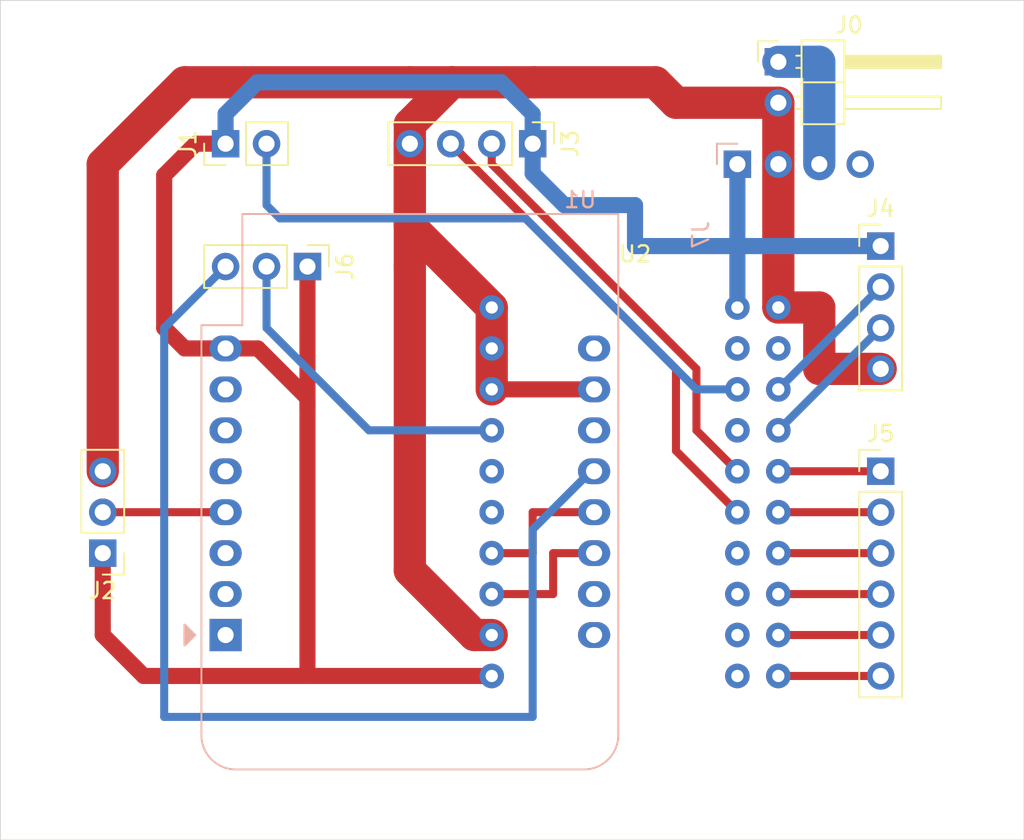
<source format=kicad_pcb>
(kicad_pcb (version 20171130) (host pcbnew 5.1.3-ffb9f22~84~ubuntu19.04.1)

  (general
    (thickness 1.6)
    (drawings 4)
    (tracks 87)
    (zones 0)
    (modules 10)
    (nets 20)
  )

  (page A4)
  (layers
    (0 F.Cu signal)
    (31 B.Cu signal)
    (32 B.Adhes user hide)
    (33 F.Adhes user hide)
    (34 B.Paste user hide)
    (35 F.Paste user hide)
    (36 B.SilkS user)
    (37 F.SilkS user)
    (38 B.Mask user hide)
    (39 F.Mask user hide)
    (40 Dwgs.User user hide)
    (41 Cmts.User user hide)
    (42 Eco1.User user hide)
    (43 Eco2.User user hide)
    (44 Edge.Cuts user)
    (45 Margin user hide)
    (46 B.CrtYd user hide)
    (47 F.CrtYd user hide)
    (48 B.Fab user hide)
    (49 F.Fab user hide)
  )

  (setup
    (last_trace_width 2)
    (user_trace_width 0.5)
    (user_trace_width 1)
    (user_trace_width 2)
    (trace_clearance 0.2)
    (zone_clearance 0.508)
    (zone_45_only no)
    (trace_min 0.2)
    (via_size 0.8)
    (via_drill 0.4)
    (via_min_size 0.4)
    (via_min_drill 0.3)
    (uvia_size 0.3)
    (uvia_drill 0.1)
    (uvias_allowed no)
    (uvia_min_size 0.2)
    (uvia_min_drill 0.1)
    (edge_width 0.05)
    (segment_width 0.2)
    (pcb_text_width 0.3)
    (pcb_text_size 1.5 1.5)
    (mod_edge_width 0.12)
    (mod_text_size 1 1)
    (mod_text_width 0.15)
    (pad_size 1.524 1.524)
    (pad_drill 0.762)
    (pad_to_mask_clearance 0.051)
    (solder_mask_min_width 0.25)
    (aux_axis_origin 0 0)
    (visible_elements FFFFFFFF)
    (pcbplotparams
      (layerselection 0x010f0_ffffffff)
      (usegerberextensions false)
      (usegerberattributes false)
      (usegerberadvancedattributes false)
      (creategerberjobfile false)
      (excludeedgelayer true)
      (linewidth 0.100000)
      (plotframeref false)
      (viasonmask false)
      (mode 1)
      (useauxorigin false)
      (hpglpennumber 1)
      (hpglpenspeed 20)
      (hpglpendiameter 15.000000)
      (psnegative false)
      (psa4output false)
      (plotreference true)
      (plotvalue true)
      (plotinvisibletext false)
      (padsonsilk false)
      (subtractmaskfromsilk false)
      (outputformat 1)
      (mirror false)
      (drillshape 0)
      (scaleselection 1)
      (outputdirectory "gerber/"))
  )

  (net 0 "")
  (net 1 "Net-(J1-Pad2)")
  (net 2 "Net-(J1-Pad1)")
  (net 3 "Net-(J3-Pad3)")
  (net 4 "Net-(J3-Pad2)")
  (net 5 "Net-(J4-Pad3)")
  (net 6 "Net-(J4-Pad2)")
  (net 7 "Net-(J5-Pad2)")
  (net 8 "Net-(J5-Pad1)")
  (net 9 "Net-(U1-Pad14)")
  (net 10 "Net-(U1-Pad13)")
  (net 11 GNDREF)
  (net 12 "Net-(J0-Pad1)")
  (net 13 "Net-(J2-Pad2)")
  (net 14 "Net-(J5-Pad6)")
  (net 15 "Net-(J5-Pad5)")
  (net 16 "Net-(J5-Pad4)")
  (net 17 "Net-(J5-Pad3)")
  (net 18 "Net-(J6-Pad3)")
  (net 19 "Net-(J6-Pad2)")

  (net_class Default "This is the default net class."
    (clearance 0.2)
    (trace_width 0.25)
    (via_dia 0.8)
    (via_drill 0.4)
    (uvia_dia 0.3)
    (uvia_drill 0.1)
    (add_net GNDREF)
    (add_net "Net-(J0-Pad1)")
    (add_net "Net-(J1-Pad1)")
    (add_net "Net-(J1-Pad2)")
    (add_net "Net-(J2-Pad2)")
    (add_net "Net-(J3-Pad2)")
    (add_net "Net-(J3-Pad3)")
    (add_net "Net-(J4-Pad2)")
    (add_net "Net-(J4-Pad3)")
    (add_net "Net-(J5-Pad1)")
    (add_net "Net-(J5-Pad2)")
    (add_net "Net-(J5-Pad3)")
    (add_net "Net-(J5-Pad4)")
    (add_net "Net-(J5-Pad5)")
    (add_net "Net-(J5-Pad6)")
    (add_net "Net-(J6-Pad2)")
    (add_net "Net-(J6-Pad3)")
    (add_net "Net-(J7-Pad4)")
    (add_net "Net-(U1-Pad1)")
    (add_net "Net-(U1-Pad11)")
    (add_net "Net-(U1-Pad13)")
    (add_net "Net-(U1-Pad14)")
    (add_net "Net-(U1-Pad15)")
    (add_net "Net-(U1-Pad16)")
    (add_net "Net-(U1-Pad2)")
    (add_net "Net-(U1-Pad3)")
    (add_net "Net-(U1-Pad5)")
    (add_net "Net-(U1-Pad6)")
    (add_net "Net-(U1-Pad7)")
    (add_net "Net-(U1-Pad9)")
    (add_net "Net-(U2-Pad11)")
    (add_net "Net-(U2-Pad14)")
    (add_net "Net-(U2-Pad19)")
    (add_net "Net-(U2-Pad2)")
    (add_net "Net-(U2-Pad20)")
    (add_net "Net-(U2-Pad5)")
    (add_net "Net-(U2-Pad6)")
    (add_net "Net-(U2-Pad7)")
    (add_net "Net-(U2-Pad8)")
  )

  (module Module:WEMOS_D1_mini_light (layer B.Cu) (tedit 5BBFB1CE) (tstamp 5D2DFBDD)
    (at 76.2 87.63)
    (descr "16-pin module, column spacing 22.86 mm (900 mils), https://wiki.wemos.cc/products:d1:d1_mini, https://c1.staticflickr.com/1/734/31400410271_f278b087db_z.jpg")
    (tags "ESP8266 WiFi microcontroller")
    (path /5D2DD170)
    (fp_text reference U1 (at 22 -27) (layer B.SilkS)
      (effects (font (size 1 1) (thickness 0.15)) (justify mirror))
    )
    (fp_text value WeMos_D1_mini (at 11.7 0) (layer B.Fab)
      (effects (font (size 1 1) (thickness 0.15)) (justify mirror))
    )
    (fp_line (start 1.04 -26.12) (end 24.36 -26.12) (layer B.SilkS) (width 0.12))
    (fp_line (start -1.5 -19.22) (end -1.5 6.21) (layer B.SilkS) (width 0.12))
    (fp_line (start 24.36 -26.12) (end 24.36 6.21) (layer B.SilkS) (width 0.12))
    (fp_line (start 22.24 8.34) (end 0.63 8.34) (layer B.SilkS) (width 0.12))
    (fp_line (start 1.17 -25.99) (end 24.23 -25.99) (layer B.Fab) (width 0.1))
    (fp_line (start 24.23 -25.99) (end 24.23 6.21) (layer B.Fab) (width 0.1))
    (fp_line (start 22.23 8.21) (end 0.63 8.21) (layer B.Fab) (width 0.1))
    (fp_line (start -1.37 -1) (end -1.37 -19.09) (layer B.Fab) (width 0.1))
    (fp_text user %R (at 11.43 -10) (layer B.Fab)
      (effects (font (size 1 1) (thickness 0.15)) (justify mirror))
    )
    (fp_line (start -1.62 8.46) (end 24.48 8.46) (layer B.CrtYd) (width 0.05))
    (fp_line (start 24.48 8.41) (end 24.48 -26.24) (layer B.CrtYd) (width 0.05))
    (fp_line (start 24.48 -26.24) (end -1.62 -26.24) (layer B.CrtYd) (width 0.05))
    (fp_line (start -1.62 -26.24) (end -1.62 8.46) (layer B.CrtYd) (width 0.05))
    (fp_poly (pts (xy -2.54 0.635) (xy -2.54 -0.635) (xy -1.905 0)) (layer B.SilkS) (width 0.15))
    (fp_line (start -1.35 1.4) (end 24.25 1.4) (layer Dwgs.User) (width 0.1))
    (fp_line (start 24.25 1.4) (end 24.25 8.2) (layer Dwgs.User) (width 0.1))
    (fp_line (start 24.25 8.2) (end -1.35 8.2) (layer Dwgs.User) (width 0.1))
    (fp_line (start -1.35 8.2) (end -1.35 1.4) (layer Dwgs.User) (width 0.1))
    (fp_line (start -1.35 1.4) (end 5.45 8.2) (layer Dwgs.User) (width 0.1))
    (fp_line (start 0.65 1.4) (end 7.45 8.2) (layer Dwgs.User) (width 0.1))
    (fp_line (start 2.65 1.4) (end 9.45 8.2) (layer Dwgs.User) (width 0.1))
    (fp_line (start 4.65 1.4) (end 11.45 8.2) (layer Dwgs.User) (width 0.1))
    (fp_line (start 6.65 1.4) (end 13.45 8.2) (layer Dwgs.User) (width 0.1))
    (fp_line (start 8.65 1.4) (end 15.45 8.2) (layer Dwgs.User) (width 0.1))
    (fp_line (start 10.65 1.4) (end 17.45 8.2) (layer Dwgs.User) (width 0.1))
    (fp_line (start 12.65 1.4) (end 19.45 8.2) (layer Dwgs.User) (width 0.1))
    (fp_line (start 14.65 1.4) (end 21.45 8.2) (layer Dwgs.User) (width 0.1))
    (fp_line (start 16.65 1.4) (end 23.45 8.2) (layer Dwgs.User) (width 0.1))
    (fp_line (start 18.65 1.4) (end 24.25 7) (layer Dwgs.User) (width 0.1))
    (fp_line (start 20.65 1.4) (end 24.25 5) (layer Dwgs.User) (width 0.1))
    (fp_line (start 22.65 1.4) (end 24.25 3) (layer Dwgs.User) (width 0.1))
    (fp_line (start -1.35 3.4) (end 3.45 8.2) (layer Dwgs.User) (width 0.1))
    (fp_line (start -1.3 5.45) (end 1.45 8.2) (layer Dwgs.User) (width 0.1))
    (fp_line (start -1.35 7.4) (end -0.55 8.2) (layer Dwgs.User) (width 0.1))
    (fp_line (start -1.37 -19.09) (end 1.17 -19.09) (layer B.Fab) (width 0.1))
    (fp_line (start 1.17 -19.09) (end 1.17 -25.99) (layer B.Fab) (width 0.1))
    (fp_line (start -1.37 6.21) (end -1.37 1) (layer B.Fab) (width 0.1))
    (fp_line (start -1.37 -1) (end -0.37 0) (layer B.Fab) (width 0.1))
    (fp_line (start -0.37 0) (end -1.37 1) (layer B.Fab) (width 0.1))
    (fp_arc (start 0.63 6.21) (end 0.63 8.21) (angle 90) (layer B.Fab) (width 0.1))
    (fp_arc (start 22.23 6.21) (end 24.23 6.19) (angle 90) (layer B.Fab) (width 0.1))
    (fp_line (start -1.5 -19.22) (end 1.04 -19.22) (layer B.SilkS) (width 0.12))
    (fp_line (start 1.04 -19.22) (end 1.04 -26.12) (layer B.SilkS) (width 0.12))
    (fp_arc (start 0.63 6.21) (end 0.63 8.34) (angle 90) (layer B.SilkS) (width 0.12))
    (fp_arc (start 22.23 6.21) (end 24.36 6.21) (angle 90) (layer B.SilkS) (width 0.12))
    (fp_text user "KEEP OUT" (at 11.43 6.35) (layer Cmts.User)
      (effects (font (size 1 1) (thickness 0.15)))
    )
    (fp_text user "No copper" (at 11.43 3.81) (layer Cmts.User)
      (effects (font (size 1 1) (thickness 0.15)))
    )
    (pad 2 thru_hole oval (at 0 -2.54) (size 2 1.6) (drill 1) (layers *.Cu *.Mask))
    (pad 1 thru_hole rect (at 0 0) (size 2 2) (drill 1) (layers *.Cu *.Mask))
    (pad 3 thru_hole oval (at 0 -5.08) (size 2 1.6) (drill 1) (layers *.Cu *.Mask))
    (pad 4 thru_hole oval (at 0 -7.62) (size 2 1.6) (drill 1) (layers *.Cu *.Mask)
      (net 13 "Net-(J2-Pad2)"))
    (pad 5 thru_hole oval (at 0 -10.16) (size 2 1.6) (drill 1) (layers *.Cu *.Mask))
    (pad 6 thru_hole oval (at 0 -12.7) (size 2 1.6) (drill 1) (layers *.Cu *.Mask))
    (pad 7 thru_hole oval (at 0 -15.24) (size 2 1.6) (drill 1) (layers *.Cu *.Mask))
    (pad 8 thru_hole oval (at 0 -17.78) (size 2 1.6) (drill 1) (layers *.Cu *.Mask)
      (net 2 "Net-(J1-Pad1)"))
    (pad 9 thru_hole oval (at 22.86 -17.78) (size 2 1.6) (drill 1) (layers *.Cu *.Mask))
    (pad 10 thru_hole oval (at 22.86 -15.24) (size 2 1.6) (drill 1) (layers *.Cu *.Mask)
      (net 11 GNDREF))
    (pad 11 thru_hole oval (at 22.86 -12.7) (size 2 1.6) (drill 1) (layers *.Cu *.Mask))
    (pad 12 thru_hole oval (at 22.86 -10.16) (size 2 1.6) (drill 1) (layers *.Cu *.Mask)
      (net 18 "Net-(J6-Pad3)"))
    (pad 13 thru_hole oval (at 22.86 -7.62) (size 2 1.6) (drill 1) (layers *.Cu *.Mask)
      (net 10 "Net-(U1-Pad13)"))
    (pad 14 thru_hole oval (at 22.86 -5.08) (size 2 1.6) (drill 1) (layers *.Cu *.Mask)
      (net 9 "Net-(U1-Pad14)"))
    (pad 15 thru_hole oval (at 22.86 -2.54) (size 2 1.6) (drill 1) (layers *.Cu *.Mask))
    (pad 16 thru_hole oval (at 22.86 0) (size 2 1.6) (drill 1) (layers *.Cu *.Mask))
    (model ${KISYS3DMOD}/Module.3dshapes/WEMOS_D1_mini_light.wrl
      (at (xyz 0 0 0))
      (scale (xyz 1 1 1))
      (rotate (xyz 0 0 0))
    )
    (model ${KISYS3DMOD}/Connector_PinHeader_2.54mm.3dshapes/PinHeader_1x08_P2.54mm_Vertical.wrl
      (offset (xyz 0 0 9.5))
      (scale (xyz 1 1 1))
      (rotate (xyz 0 -180 0))
    )
    (model ${KISYS3DMOD}/Connector_PinHeader_2.54mm.3dshapes/PinHeader_1x08_P2.54mm_Vertical.wrl
      (offset (xyz 22.86 0 9.5))
      (scale (xyz 1 1 1))
      (rotate (xyz 0 -180 0))
    )
    (model ${KISYS3DMOD}/Connector_PinSocket_2.54mm.3dshapes/PinSocket_1x08_P2.54mm_Vertical.wrl
      (at (xyz 0 0 0))
      (scale (xyz 1 1 1))
      (rotate (xyz 0 0 0))
    )
    (model ${KISYS3DMOD}/Connector_PinSocket_2.54mm.3dshapes/PinSocket_1x08_P2.54mm_Vertical.wrl
      (offset (xyz 22.86 0 0))
      (scale (xyz 1 1 1))
      (rotate (xyz 0 0 0))
    )
  )

  (module Module:POWER_SUPPLY_MODULE (layer B.Cu) (tedit 5D2DAD7F) (tstamp 5D2E765D)
    (at 107.95 58.42 270)
    (descr "Through hole angled pin header, 1x04, 2.54mm pitch, 6mm pin length, single row")
    (tags "Through hole angled pin header THT 1x04 2.54mm single row")
    (path /5D3E2091)
    (fp_text reference J7 (at 4.385 2.27 90) (layer B.SilkS)
      (effects (font (size 1 1) (thickness 0.15)) (justify mirror))
    )
    (fp_text value SW_LED (at 4.385 -9.89 90) (layer B.Fab)
      (effects (font (size 1 1) (thickness 0.15)) (justify mirror))
    )
    (fp_line (start 2.135 1.27) (end 4.04 1.27) (layer B.Fab) (width 0.1))
    (fp_line (start 4.04 1.27) (end 4.04 -8.89) (layer B.Fab) (width 0.1))
    (fp_line (start 4.04 -8.89) (end 1.5 -8.89) (layer B.Fab) (width 0.1))
    (fp_line (start 1.5 -8.89) (end 1.5 0.635) (layer B.Fab) (width 0.1))
    (fp_line (start 1.5 0.635) (end 2.135 1.27) (layer B.Fab) (width 0.1))
    (fp_line (start -0.32 0.32) (end 1.5 0.32) (layer B.Fab) (width 0.1))
    (fp_line (start -0.32 0.32) (end -0.32 -0.32) (layer B.Fab) (width 0.1))
    (fp_line (start -0.32 -0.32) (end 1.5 -0.32) (layer B.Fab) (width 0.1))
    (fp_line (start 4.04 0.32) (end 10.04 0.32) (layer B.Fab) (width 0.1))
    (fp_line (start 10.04 0.32) (end 10.04 -0.32) (layer B.Fab) (width 0.1))
    (fp_line (start 4.04 -0.32) (end 10.04 -0.32) (layer B.Fab) (width 0.1))
    (fp_line (start -0.32 -2.22) (end 1.5 -2.22) (layer B.Fab) (width 0.1))
    (fp_line (start -0.32 -2.22) (end -0.32 -2.86) (layer B.Fab) (width 0.1))
    (fp_line (start -0.32 -2.86) (end 1.5 -2.86) (layer B.Fab) (width 0.1))
    (fp_line (start 4.04 -2.22) (end 10.04 -2.22) (layer B.Fab) (width 0.1))
    (fp_line (start 10.04 -2.22) (end 10.04 -2.86) (layer B.Fab) (width 0.1))
    (fp_line (start 4.04 -2.86) (end 10.04 -2.86) (layer B.Fab) (width 0.1))
    (fp_line (start -0.32 -4.76) (end 1.5 -4.76) (layer B.Fab) (width 0.1))
    (fp_line (start -0.32 -4.76) (end -0.32 -5.4) (layer B.Fab) (width 0.1))
    (fp_line (start -0.32 -5.4) (end 1.5 -5.4) (layer B.Fab) (width 0.1))
    (fp_line (start 4.04 -4.76) (end 10.04 -4.76) (layer B.Fab) (width 0.1))
    (fp_line (start 10.04 -4.76) (end 10.04 -5.4) (layer B.Fab) (width 0.1))
    (fp_line (start 4.04 -5.4) (end 10.04 -5.4) (layer B.Fab) (width 0.1))
    (fp_line (start -0.32 -7.3) (end 1.5 -7.3) (layer B.Fab) (width 0.1))
    (fp_line (start -0.32 -7.3) (end -0.32 -7.94) (layer B.Fab) (width 0.1))
    (fp_line (start -0.32 -7.94) (end 1.5 -7.94) (layer B.Fab) (width 0.1))
    (fp_line (start 4.04 -7.3) (end 10.04 -7.3) (layer B.Fab) (width 0.1))
    (fp_line (start 10.04 -7.3) (end 10.04 -7.94) (layer B.Fab) (width 0.1))
    (fp_line (start 4.04 -7.94) (end 10.04 -7.94) (layer B.Fab) (width 0.1))
    (fp_line (start -1.27 0) (end -1.27 1.27) (layer B.SilkS) (width 0.12))
    (fp_line (start -1.27 1.27) (end 0 1.27) (layer B.SilkS) (width 0.12))
    (fp_line (start -1.8 1.8) (end -1.8 -9.4) (layer B.CrtYd) (width 0.05))
    (fp_line (start -1.8 -9.4) (end 20.55 -9.4) (layer B.CrtYd) (width 0.05))
    (fp_line (start 20.55 -9.4) (end 20.55 1.8) (layer B.CrtYd) (width 0.05))
    (fp_line (start 20.55 1.8) (end -1.8 1.8) (layer B.CrtYd) (width 0.05))
    (fp_text user %R (at 2.77 -3.81 180) (layer B.Fab)
      (effects (font (size 1 1) (thickness 0.15)) (justify mirror))
    )
    (pad 1 thru_hole rect (at 0 0 270) (size 1.7 1.7) (drill 1) (layers *.Cu *.Mask)
      (net 2 "Net-(J1-Pad1)"))
    (pad 2 thru_hole oval (at 0 -2.54 270) (size 1.7 1.7) (drill 1) (layers *.Cu *.Mask)
      (net 11 GNDREF))
    (pad 3 thru_hole oval (at 0 -5.08 270) (size 1.7 1.7) (drill 1) (layers *.Cu *.Mask)
      (net 12 "Net-(J0-Pad1)"))
    (pad 4 thru_hole oval (at 0 -7.62 270) (size 1.7 1.7) (drill 1) (layers *.Cu *.Mask))
    (model ${KISYS3DMOD}/Connector_PinHeader_2.54mm.3dshapes/PinHeader_1x04_P2.54mm_Horizontal.wrl
      (at (xyz 0 0 0))
      (scale (xyz 1 1 1))
      (rotate (xyz 0 0 0))
    )
  )

  (module Connector_PinHeader_2.54mm:PinHeader_1x03_P2.54mm_Vertical (layer F.Cu) (tedit 59FED5CC) (tstamp 5D2E3607)
    (at 81.28 64.77 270)
    (descr "Through hole straight pin header, 1x03, 2.54mm pitch, single row")
    (tags "Through hole pin header THT 1x03 2.54mm single row")
    (path /5D3BA3DB)
    (fp_text reference J6 (at 0 -2.33 90) (layer F.SilkS)
      (effects (font (size 1 1) (thickness 0.15)))
    )
    (fp_text value JUMPER (at 0 7.41 90) (layer F.Fab)
      (effects (font (size 1 1) (thickness 0.15)))
    )
    (fp_text user %R (at 0 2.54) (layer F.Fab)
      (effects (font (size 1 1) (thickness 0.15)))
    )
    (fp_line (start 1.8 -1.8) (end -1.8 -1.8) (layer F.CrtYd) (width 0.05))
    (fp_line (start 1.8 6.85) (end 1.8 -1.8) (layer F.CrtYd) (width 0.05))
    (fp_line (start -1.8 6.85) (end 1.8 6.85) (layer F.CrtYd) (width 0.05))
    (fp_line (start -1.8 -1.8) (end -1.8 6.85) (layer F.CrtYd) (width 0.05))
    (fp_line (start -1.33 -1.33) (end 0 -1.33) (layer F.SilkS) (width 0.12))
    (fp_line (start -1.33 0) (end -1.33 -1.33) (layer F.SilkS) (width 0.12))
    (fp_line (start -1.33 1.27) (end 1.33 1.27) (layer F.SilkS) (width 0.12))
    (fp_line (start 1.33 1.27) (end 1.33 6.41) (layer F.SilkS) (width 0.12))
    (fp_line (start -1.33 1.27) (end -1.33 6.41) (layer F.SilkS) (width 0.12))
    (fp_line (start -1.33 6.41) (end 1.33 6.41) (layer F.SilkS) (width 0.12))
    (fp_line (start -1.27 -0.635) (end -0.635 -1.27) (layer F.Fab) (width 0.1))
    (fp_line (start -1.27 6.35) (end -1.27 -0.635) (layer F.Fab) (width 0.1))
    (fp_line (start 1.27 6.35) (end -1.27 6.35) (layer F.Fab) (width 0.1))
    (fp_line (start 1.27 -1.27) (end 1.27 6.35) (layer F.Fab) (width 0.1))
    (fp_line (start -0.635 -1.27) (end 1.27 -1.27) (layer F.Fab) (width 0.1))
    (pad 3 thru_hole oval (at 0 5.08 270) (size 1.7 1.7) (drill 1) (layers *.Cu *.Mask)
      (net 18 "Net-(J6-Pad3)"))
    (pad 2 thru_hole oval (at 0 2.54 270) (size 1.7 1.7) (drill 1) (layers *.Cu *.Mask)
      (net 19 "Net-(J6-Pad2)"))
    (pad 1 thru_hole rect (at 0 0 270) (size 1.7 1.7) (drill 1) (layers *.Cu *.Mask)
      (net 2 "Net-(J1-Pad1)"))
    (model ${KISYS3DMOD}/Connector_PinHeader_2.54mm.3dshapes/PinHeader_1x03_P2.54mm_Vertical.wrl
      (at (xyz 0 0 0))
      (scale (xyz 1 1 1))
      (rotate (xyz 0 0 0))
    )
  )

  (module Connector_PinHeader_2.54mm:PinHeader_1x06_P2.54mm_Vertical (layer F.Cu) (tedit 59FED5CC) (tstamp 5D2E4200)
    (at 116.84 77.47)
    (descr "Through hole straight pin header, 1x06, 2.54mm pitch, single row")
    (tags "Through hole pin header THT 1x06 2.54mm single row")
    (path /5D328442)
    (fp_text reference J5 (at 0 -2.33) (layer F.SilkS)
      (effects (font (size 1 1) (thickness 0.15)))
    )
    (fp_text value "POWER DRIVE" (at 0 15.03) (layer F.Fab)
      (effects (font (size 1 1) (thickness 0.15)))
    )
    (fp_text user %R (at 0 6.35 90) (layer F.Fab)
      (effects (font (size 1 1) (thickness 0.15)))
    )
    (fp_line (start 1.8 -1.8) (end -1.8 -1.8) (layer F.CrtYd) (width 0.05))
    (fp_line (start 1.8 14.5) (end 1.8 -1.8) (layer F.CrtYd) (width 0.05))
    (fp_line (start -1.8 14.5) (end 1.8 14.5) (layer F.CrtYd) (width 0.05))
    (fp_line (start -1.8 -1.8) (end -1.8 14.5) (layer F.CrtYd) (width 0.05))
    (fp_line (start -1.33 -1.33) (end 0 -1.33) (layer F.SilkS) (width 0.12))
    (fp_line (start -1.33 0) (end -1.33 -1.33) (layer F.SilkS) (width 0.12))
    (fp_line (start -1.33 1.27) (end 1.33 1.27) (layer F.SilkS) (width 0.12))
    (fp_line (start 1.33 1.27) (end 1.33 14.03) (layer F.SilkS) (width 0.12))
    (fp_line (start -1.33 1.27) (end -1.33 14.03) (layer F.SilkS) (width 0.12))
    (fp_line (start -1.33 14.03) (end 1.33 14.03) (layer F.SilkS) (width 0.12))
    (fp_line (start -1.27 -0.635) (end -0.635 -1.27) (layer F.Fab) (width 0.1))
    (fp_line (start -1.27 13.97) (end -1.27 -0.635) (layer F.Fab) (width 0.1))
    (fp_line (start 1.27 13.97) (end -1.27 13.97) (layer F.Fab) (width 0.1))
    (fp_line (start 1.27 -1.27) (end 1.27 13.97) (layer F.Fab) (width 0.1))
    (fp_line (start -0.635 -1.27) (end 1.27 -1.27) (layer F.Fab) (width 0.1))
    (pad 6 thru_hole oval (at 0 12.7) (size 1.7 1.7) (drill 1) (layers *.Cu *.Mask)
      (net 14 "Net-(J5-Pad6)"))
    (pad 5 thru_hole oval (at 0 10.16) (size 1.7 1.7) (drill 1) (layers *.Cu *.Mask)
      (net 15 "Net-(J5-Pad5)"))
    (pad 4 thru_hole oval (at 0 7.62) (size 1.7 1.7) (drill 1) (layers *.Cu *.Mask)
      (net 16 "Net-(J5-Pad4)"))
    (pad 3 thru_hole oval (at 0 5.08) (size 1.7 1.7) (drill 1) (layers *.Cu *.Mask)
      (net 17 "Net-(J5-Pad3)"))
    (pad 2 thru_hole oval (at 0 2.54) (size 1.7 1.7) (drill 1) (layers *.Cu *.Mask)
      (net 7 "Net-(J5-Pad2)"))
    (pad 1 thru_hole rect (at 0 0) (size 1.7 1.7) (drill 1) (layers *.Cu *.Mask)
      (net 8 "Net-(J5-Pad1)"))
    (model ${KISYS3DMOD}/Connector_PinHeader_2.54mm.3dshapes/PinHeader_1x06_P2.54mm_Vertical.wrl
      (at (xyz 0 0 0))
      (scale (xyz 1 1 1))
      (rotate (xyz 0 0 0))
    )
  )

  (module Connector_PinHeader_2.54mm:PinHeader_1x04_P2.54mm_Vertical (layer F.Cu) (tedit 59FED5CC) (tstamp 5D2E54A5)
    (at 116.84 63.5)
    (descr "Through hole straight pin header, 1x04, 2.54mm pitch, single row")
    (tags "Through hole pin header THT 1x04 2.54mm single row")
    (path /5D33CAF7)
    (fp_text reference J4 (at 0 -2.33) (layer F.SilkS)
      (effects (font (size 1 1) (thickness 0.15)))
    )
    (fp_text value RELAY (at 0 9.95) (layer F.Fab)
      (effects (font (size 1 1) (thickness 0.15)))
    )
    (fp_line (start -0.635 -1.27) (end 1.27 -1.27) (layer F.Fab) (width 0.1))
    (fp_line (start 1.27 -1.27) (end 1.27 8.89) (layer F.Fab) (width 0.1))
    (fp_line (start 1.27 8.89) (end -1.27 8.89) (layer F.Fab) (width 0.1))
    (fp_line (start -1.27 8.89) (end -1.27 -0.635) (layer F.Fab) (width 0.1))
    (fp_line (start -1.27 -0.635) (end -0.635 -1.27) (layer F.Fab) (width 0.1))
    (fp_line (start -1.33 8.95) (end 1.33 8.95) (layer F.SilkS) (width 0.12))
    (fp_line (start -1.33 1.27) (end -1.33 8.95) (layer F.SilkS) (width 0.12))
    (fp_line (start 1.33 1.27) (end 1.33 8.95) (layer F.SilkS) (width 0.12))
    (fp_line (start -1.33 1.27) (end 1.33 1.27) (layer F.SilkS) (width 0.12))
    (fp_line (start -1.33 0) (end -1.33 -1.33) (layer F.SilkS) (width 0.12))
    (fp_line (start -1.33 -1.33) (end 0 -1.33) (layer F.SilkS) (width 0.12))
    (fp_line (start -1.8 -1.8) (end -1.8 9.4) (layer F.CrtYd) (width 0.05))
    (fp_line (start -1.8 9.4) (end 1.8 9.4) (layer F.CrtYd) (width 0.05))
    (fp_line (start 1.8 9.4) (end 1.8 -1.8) (layer F.CrtYd) (width 0.05))
    (fp_line (start 1.8 -1.8) (end -1.8 -1.8) (layer F.CrtYd) (width 0.05))
    (fp_text user %R (at 0 3.81 90) (layer F.Fab)
      (effects (font (size 1 1) (thickness 0.15)))
    )
    (pad 1 thru_hole rect (at 0 0) (size 1.7 1.7) (drill 1) (layers *.Cu *.Mask)
      (net 2 "Net-(J1-Pad1)"))
    (pad 2 thru_hole oval (at 0 2.54) (size 1.7 1.7) (drill 1) (layers *.Cu *.Mask)
      (net 6 "Net-(J4-Pad2)"))
    (pad 3 thru_hole oval (at 0 5.08) (size 1.7 1.7) (drill 1) (layers *.Cu *.Mask)
      (net 5 "Net-(J4-Pad3)"))
    (pad 4 thru_hole oval (at 0 7.62) (size 1.7 1.7) (drill 1) (layers *.Cu *.Mask)
      (net 11 GNDREF))
    (model ${KISYS3DMOD}/Connector_PinHeader_2.54mm.3dshapes/PinHeader_1x04_P2.54mm_Vertical.wrl
      (at (xyz 0 0 0))
      (scale (xyz 1 1 1))
      (rotate (xyz 0 0 0))
    )
  )

  (module Connector_PinHeader_2.54mm:PinHeader_1x04_P2.54mm_Vertical (layer F.Cu) (tedit 59FED5CC) (tstamp 5D2E337F)
    (at 95.25 57.15 270)
    (descr "Through hole straight pin header, 1x04, 2.54mm pitch, single row")
    (tags "Through hole pin header THT 1x04 2.54mm single row")
    (path /5D327F03)
    (fp_text reference J3 (at 0 -2.33 90) (layer F.SilkS)
      (effects (font (size 1 1) (thickness 0.15)))
    )
    (fp_text value SW_LED (at 0 9.95 90) (layer F.Fab)
      (effects (font (size 1 1) (thickness 0.15)))
    )
    (fp_text user %R (at 0 3.81) (layer F.Fab)
      (effects (font (size 1 1) (thickness 0.15)))
    )
    (fp_line (start 1.8 -1.8) (end -1.8 -1.8) (layer F.CrtYd) (width 0.05))
    (fp_line (start 1.8 9.4) (end 1.8 -1.8) (layer F.CrtYd) (width 0.05))
    (fp_line (start -1.8 9.4) (end 1.8 9.4) (layer F.CrtYd) (width 0.05))
    (fp_line (start -1.8 -1.8) (end -1.8 9.4) (layer F.CrtYd) (width 0.05))
    (fp_line (start -1.33 -1.33) (end 0 -1.33) (layer F.SilkS) (width 0.12))
    (fp_line (start -1.33 0) (end -1.33 -1.33) (layer F.SilkS) (width 0.12))
    (fp_line (start -1.33 1.27) (end 1.33 1.27) (layer F.SilkS) (width 0.12))
    (fp_line (start 1.33 1.27) (end 1.33 8.95) (layer F.SilkS) (width 0.12))
    (fp_line (start -1.33 1.27) (end -1.33 8.95) (layer F.SilkS) (width 0.12))
    (fp_line (start -1.33 8.95) (end 1.33 8.95) (layer F.SilkS) (width 0.12))
    (fp_line (start -1.27 -0.635) (end -0.635 -1.27) (layer F.Fab) (width 0.1))
    (fp_line (start -1.27 8.89) (end -1.27 -0.635) (layer F.Fab) (width 0.1))
    (fp_line (start 1.27 8.89) (end -1.27 8.89) (layer F.Fab) (width 0.1))
    (fp_line (start 1.27 -1.27) (end 1.27 8.89) (layer F.Fab) (width 0.1))
    (fp_line (start -0.635 -1.27) (end 1.27 -1.27) (layer F.Fab) (width 0.1))
    (pad 4 thru_hole oval (at 0 7.62 270) (size 1.7 1.7) (drill 1) (layers *.Cu *.Mask)
      (net 11 GNDREF))
    (pad 3 thru_hole oval (at 0 5.08 270) (size 1.7 1.7) (drill 1) (layers *.Cu *.Mask)
      (net 3 "Net-(J3-Pad3)"))
    (pad 2 thru_hole oval (at 0 2.54 270) (size 1.7 1.7) (drill 1) (layers *.Cu *.Mask)
      (net 4 "Net-(J3-Pad2)"))
    (pad 1 thru_hole rect (at 0 0 270) (size 1.7 1.7) (drill 1) (layers *.Cu *.Mask)
      (net 2 "Net-(J1-Pad1)"))
    (model ${KISYS3DMOD}/Connector_PinHeader_2.54mm.3dshapes/PinHeader_1x04_P2.54mm_Vertical.wrl
      (at (xyz 0 0 0))
      (scale (xyz 1 1 1))
      (rotate (xyz 0 0 0))
    )
  )

  (module Connector_PinHeader_2.54mm:PinHeader_1x03_P2.54mm_Vertical (layer F.Cu) (tedit 59FED5CC) (tstamp 5D2E32F6)
    (at 68.58 82.55 180)
    (descr "Through hole straight pin header, 1x03, 2.54mm pitch, single row")
    (tags "Through hole pin header THT 1x03 2.54mm single row")
    (path /5D32579D)
    (fp_text reference J2 (at 0 -2.33) (layer F.SilkS)
      (effects (font (size 1 1) (thickness 0.15)))
    )
    (fp_text value SENSOR (at 0 7.41) (layer F.Fab)
      (effects (font (size 1 1) (thickness 0.15)))
    )
    (fp_text user %R (at 0 2.54 90) (layer F.Fab)
      (effects (font (size 1 1) (thickness 0.15)))
    )
    (fp_line (start 1.8 -1.8) (end -1.8 -1.8) (layer F.CrtYd) (width 0.05))
    (fp_line (start 1.8 6.85) (end 1.8 -1.8) (layer F.CrtYd) (width 0.05))
    (fp_line (start -1.8 6.85) (end 1.8 6.85) (layer F.CrtYd) (width 0.05))
    (fp_line (start -1.8 -1.8) (end -1.8 6.85) (layer F.CrtYd) (width 0.05))
    (fp_line (start -1.33 -1.33) (end 0 -1.33) (layer F.SilkS) (width 0.12))
    (fp_line (start -1.33 0) (end -1.33 -1.33) (layer F.SilkS) (width 0.12))
    (fp_line (start -1.33 1.27) (end 1.33 1.27) (layer F.SilkS) (width 0.12))
    (fp_line (start 1.33 1.27) (end 1.33 6.41) (layer F.SilkS) (width 0.12))
    (fp_line (start -1.33 1.27) (end -1.33 6.41) (layer F.SilkS) (width 0.12))
    (fp_line (start -1.33 6.41) (end 1.33 6.41) (layer F.SilkS) (width 0.12))
    (fp_line (start -1.27 -0.635) (end -0.635 -1.27) (layer F.Fab) (width 0.1))
    (fp_line (start -1.27 6.35) (end -1.27 -0.635) (layer F.Fab) (width 0.1))
    (fp_line (start 1.27 6.35) (end -1.27 6.35) (layer F.Fab) (width 0.1))
    (fp_line (start 1.27 -1.27) (end 1.27 6.35) (layer F.Fab) (width 0.1))
    (fp_line (start -0.635 -1.27) (end 1.27 -1.27) (layer F.Fab) (width 0.1))
    (pad 3 thru_hole oval (at 0 5.08 180) (size 1.7 1.7) (drill 1) (layers *.Cu *.Mask)
      (net 11 GNDREF))
    (pad 2 thru_hole oval (at 0 2.54 180) (size 1.7 1.7) (drill 1) (layers *.Cu *.Mask)
      (net 13 "Net-(J2-Pad2)"))
    (pad 1 thru_hole rect (at 0 0 180) (size 1.7 1.7) (drill 1) (layers *.Cu *.Mask)
      (net 2 "Net-(J1-Pad1)"))
    (model ${KISYS3DMOD}/Connector_PinHeader_2.54mm.3dshapes/PinHeader_1x03_P2.54mm_Vertical.wrl
      (at (xyz 0 0 0))
      (scale (xyz 1 1 1))
      (rotate (xyz 0 0 0))
    )
  )

  (module Connector_PinHeader_2.54mm:PinHeader_1x02_P2.54mm_Vertical (layer F.Cu) (tedit 59FED5CC) (tstamp 5D2E453C)
    (at 76.2 57.15 90)
    (descr "Through hole straight pin header, 1x02, 2.54mm pitch, single row")
    (tags "Through hole pin header THT 1x02 2.54mm single row")
    (path /5D3273EB)
    (fp_text reference J1 (at 0 -2.33 90) (layer F.SilkS)
      (effects (font (size 1 1) (thickness 0.15)))
    )
    (fp_text value LED (at 0 4.87 90) (layer F.Fab)
      (effects (font (size 1 1) (thickness 0.15)))
    )
    (fp_line (start -0.635 -1.27) (end 1.27 -1.27) (layer F.Fab) (width 0.1))
    (fp_line (start 1.27 -1.27) (end 1.27 3.81) (layer F.Fab) (width 0.1))
    (fp_line (start 1.27 3.81) (end -1.27 3.81) (layer F.Fab) (width 0.1))
    (fp_line (start -1.27 3.81) (end -1.27 -0.635) (layer F.Fab) (width 0.1))
    (fp_line (start -1.27 -0.635) (end -0.635 -1.27) (layer F.Fab) (width 0.1))
    (fp_line (start -1.33 3.87) (end 1.33 3.87) (layer F.SilkS) (width 0.12))
    (fp_line (start -1.33 1.27) (end -1.33 3.87) (layer F.SilkS) (width 0.12))
    (fp_line (start 1.33 1.27) (end 1.33 3.87) (layer F.SilkS) (width 0.12))
    (fp_line (start -1.33 1.27) (end 1.33 1.27) (layer F.SilkS) (width 0.12))
    (fp_line (start -1.33 0) (end -1.33 -1.33) (layer F.SilkS) (width 0.12))
    (fp_line (start -1.33 -1.33) (end 0 -1.33) (layer F.SilkS) (width 0.12))
    (fp_line (start -1.8 -1.8) (end -1.8 4.35) (layer F.CrtYd) (width 0.05))
    (fp_line (start -1.8 4.35) (end 1.8 4.35) (layer F.CrtYd) (width 0.05))
    (fp_line (start 1.8 4.35) (end 1.8 -1.8) (layer F.CrtYd) (width 0.05))
    (fp_line (start 1.8 -1.8) (end -1.8 -1.8) (layer F.CrtYd) (width 0.05))
    (fp_text user %R (at 6.35 3.81) (layer F.Fab)
      (effects (font (size 1 1) (thickness 0.15)))
    )
    (pad 1 thru_hole rect (at 0 0 90) (size 1.7 1.7) (drill 1) (layers *.Cu *.Mask)
      (net 2 "Net-(J1-Pad1)"))
    (pad 2 thru_hole oval (at 0 2.54 90) (size 1.7 1.7) (drill 1) (layers *.Cu *.Mask)
      (net 1 "Net-(J1-Pad2)"))
    (model ${KISYS3DMOD}/Connector_PinHeader_2.54mm.3dshapes/PinHeader_1x02_P2.54mm_Vertical.wrl
      (at (xyz 0 0 0))
      (scale (xyz 1 1 1))
      (rotate (xyz 0 0 0))
    )
  )

  (module Connector_PinHeader_2.54mm:PinHeader_1x02_P2.54mm_Horizontal (layer F.Cu) (tedit 59FED5CB) (tstamp 5D2E4B26)
    (at 110.49 52.07)
    (descr "Through hole angled pin header, 1x02, 2.54mm pitch, 6mm pin length, single row")
    (tags "Through hole angled pin header THT 1x02 2.54mm single row")
    (path /5D328AC9)
    (fp_text reference J0 (at 4.385 -2.27) (layer F.SilkS)
      (effects (font (size 1 1) (thickness 0.15)))
    )
    (fp_text value Conn_01x02 (at 4.385 4.81) (layer F.Fab)
      (effects (font (size 1 1) (thickness 0.15)))
    )
    (fp_line (start 2.135 -1.27) (end 4.04 -1.27) (layer F.Fab) (width 0.1))
    (fp_line (start 4.04 -1.27) (end 4.04 3.81) (layer F.Fab) (width 0.1))
    (fp_line (start 4.04 3.81) (end 1.5 3.81) (layer F.Fab) (width 0.1))
    (fp_line (start 1.5 3.81) (end 1.5 -0.635) (layer F.Fab) (width 0.1))
    (fp_line (start 1.5 -0.635) (end 2.135 -1.27) (layer F.Fab) (width 0.1))
    (fp_line (start -0.32 -0.32) (end 1.5 -0.32) (layer F.Fab) (width 0.1))
    (fp_line (start -0.32 -0.32) (end -0.32 0.32) (layer F.Fab) (width 0.1))
    (fp_line (start -0.32 0.32) (end 1.5 0.32) (layer F.Fab) (width 0.1))
    (fp_line (start 4.04 -0.32) (end 10.04 -0.32) (layer F.Fab) (width 0.1))
    (fp_line (start 10.04 -0.32) (end 10.04 0.32) (layer F.Fab) (width 0.1))
    (fp_line (start 4.04 0.32) (end 10.04 0.32) (layer F.Fab) (width 0.1))
    (fp_line (start -0.32 2.22) (end 1.5 2.22) (layer F.Fab) (width 0.1))
    (fp_line (start -0.32 2.22) (end -0.32 2.86) (layer F.Fab) (width 0.1))
    (fp_line (start -0.32 2.86) (end 1.5 2.86) (layer F.Fab) (width 0.1))
    (fp_line (start 4.04 2.22) (end 10.04 2.22) (layer F.Fab) (width 0.1))
    (fp_line (start 10.04 2.22) (end 10.04 2.86) (layer F.Fab) (width 0.1))
    (fp_line (start 4.04 2.86) (end 10.04 2.86) (layer F.Fab) (width 0.1))
    (fp_line (start 1.44 -1.33) (end 1.44 3.87) (layer F.SilkS) (width 0.12))
    (fp_line (start 1.44 3.87) (end 4.1 3.87) (layer F.SilkS) (width 0.12))
    (fp_line (start 4.1 3.87) (end 4.1 -1.33) (layer F.SilkS) (width 0.12))
    (fp_line (start 4.1 -1.33) (end 1.44 -1.33) (layer F.SilkS) (width 0.12))
    (fp_line (start 4.1 -0.38) (end 10.1 -0.38) (layer F.SilkS) (width 0.12))
    (fp_line (start 10.1 -0.38) (end 10.1 0.38) (layer F.SilkS) (width 0.12))
    (fp_line (start 10.1 0.38) (end 4.1 0.38) (layer F.SilkS) (width 0.12))
    (fp_line (start 4.1 -0.32) (end 10.1 -0.32) (layer F.SilkS) (width 0.12))
    (fp_line (start 4.1 -0.2) (end 10.1 -0.2) (layer F.SilkS) (width 0.12))
    (fp_line (start 4.1 -0.08) (end 10.1 -0.08) (layer F.SilkS) (width 0.12))
    (fp_line (start 4.1 0.04) (end 10.1 0.04) (layer F.SilkS) (width 0.12))
    (fp_line (start 4.1 0.16) (end 10.1 0.16) (layer F.SilkS) (width 0.12))
    (fp_line (start 4.1 0.28) (end 10.1 0.28) (layer F.SilkS) (width 0.12))
    (fp_line (start 1.11 -0.38) (end 1.44 -0.38) (layer F.SilkS) (width 0.12))
    (fp_line (start 1.11 0.38) (end 1.44 0.38) (layer F.SilkS) (width 0.12))
    (fp_line (start 1.44 1.27) (end 4.1 1.27) (layer F.SilkS) (width 0.12))
    (fp_line (start 4.1 2.16) (end 10.1 2.16) (layer F.SilkS) (width 0.12))
    (fp_line (start 10.1 2.16) (end 10.1 2.92) (layer F.SilkS) (width 0.12))
    (fp_line (start 10.1 2.92) (end 4.1 2.92) (layer F.SilkS) (width 0.12))
    (fp_line (start 1.042929 2.16) (end 1.44 2.16) (layer F.SilkS) (width 0.12))
    (fp_line (start 1.042929 2.92) (end 1.44 2.92) (layer F.SilkS) (width 0.12))
    (fp_line (start -1.27 0) (end -1.27 -1.27) (layer F.SilkS) (width 0.12))
    (fp_line (start -1.27 -1.27) (end 0 -1.27) (layer F.SilkS) (width 0.12))
    (fp_line (start -1.8 -1.8) (end -1.8 4.35) (layer F.CrtYd) (width 0.05))
    (fp_line (start -1.8 4.35) (end 10.55 4.35) (layer F.CrtYd) (width 0.05))
    (fp_line (start 10.55 4.35) (end 10.55 -1.8) (layer F.CrtYd) (width 0.05))
    (fp_line (start 10.55 -1.8) (end -1.8 -1.8) (layer F.CrtYd) (width 0.05))
    (fp_text user %R (at 2.77 1.27 90) (layer F.Fab)
      (effects (font (size 1 1) (thickness 0.15)))
    )
    (pad 1 thru_hole rect (at 0 0) (size 1.7 1.7) (drill 1) (layers *.Cu *.Mask)
      (net 12 "Net-(J0-Pad1)"))
    (pad 2 thru_hole oval (at 0 2.54) (size 1.7 1.7) (drill 1) (layers *.Cu *.Mask)
      (net 11 GNDREF))
    (model ${KISYS3DMOD}/Connector_PinHeader_2.54mm.3dshapes/PinHeader_1x02_P2.54mm_Horizontal.wrl
      (at (xyz 0 0 0))
      (scale (xyz 1 1 1))
      (rotate (xyz 0 0 0))
    )
  )

  (module Module:MCP23017-MODULE (layer F.Cu) (tedit 5D2DA116) (tstamp 5D2E3582)
    (at 101.6 63.5)
    (path /5D2F1077)
    (fp_text reference U2 (at 0 0.5) (layer F.SilkS)
      (effects (font (size 1 1) (thickness 0.15)))
    )
    (fp_text value MCP23017_MODULE (at 0 -0.5) (layer F.Fab)
      (effects (font (size 1 1) (thickness 0.15)))
    )
    (pad 23 thru_hole circle (at 8.89 13.97) (size 1.524 1.524) (drill 0.762) (layers *.Cu *.Mask)
      (net 8 "Net-(J5-Pad1)"))
    (pad 22 thru_hole circle (at 8.89 11.43) (size 1.524 1.524) (drill 0.762) (layers *.Cu *.Mask)
      (net 5 "Net-(J4-Pad3)"))
    (pad 21 thru_hole circle (at 8.89 8.89) (size 1.524 1.524) (drill 0.762) (layers *.Cu *.Mask)
      (net 6 "Net-(J4-Pad2)"))
    (pad 25 thru_hole circle (at 8.89 19.05) (size 1.524 1.524) (drill 0.762) (layers *.Cu *.Mask)
      (net 17 "Net-(J5-Pad3)"))
    (pad 27 thru_hole circle (at 8.89 24.13) (size 1.524 1.524) (drill 0.762) (layers *.Cu *.Mask)
      (net 15 "Net-(J5-Pad5)"))
    (pad 26 thru_hole circle (at 8.89 21.59) (size 1.524 1.524) (drill 0.762) (layers *.Cu *.Mask)
      (net 16 "Net-(J5-Pad4)"))
    (pad 30 thru_hole circle (at 8.89 3.81) (size 1.524 1.524) (drill 0.762) (layers *.Cu *.Mask)
      (net 11 GNDREF))
    (pad 20 thru_hole circle (at 8.89 6.35) (size 1.524 1.524) (drill 0.762) (layers *.Cu *.Mask))
    (pad 24 thru_hole circle (at 8.89 16.51) (size 1.524 1.524) (drill 0.762) (layers *.Cu *.Mask)
      (net 7 "Net-(J5-Pad2)"))
    (pad 28 thru_hole circle (at 8.89 26.67) (size 1.524 1.524) (drill 0.762) (layers *.Cu *.Mask)
      (net 14 "Net-(J5-Pad6)"))
    (pad 4 thru_hole circle (at 6.35 16.51) (size 1.524 1.524) (drill 0.762) (layers *.Cu *.Mask)
      (net 3 "Net-(J3-Pad3)"))
    (pad 8 thru_hole circle (at 6.35 26.67) (size 1.524 1.524) (drill 0.762) (layers *.Cu *.Mask))
    (pad 6 thru_hole circle (at 6.35 21.59) (size 1.524 1.524) (drill 0.762) (layers *.Cu *.Mask))
    (pad 5 thru_hole circle (at 6.35 19.05) (size 1.524 1.524) (drill 0.762) (layers *.Cu *.Mask))
    (pad 2 thru_hole circle (at 6.35 11.43) (size 1.524 1.524) (drill 0.762) (layers *.Cu *.Mask))
    (pad 3 thru_hole circle (at 6.35 13.97) (size 1.524 1.524) (drill 0.762) (layers *.Cu *.Mask)
      (net 4 "Net-(J3-Pad2)"))
    (pad 1 thru_hole circle (at 6.35 8.89) (size 1.524 1.524) (drill 0.762) (layers *.Cu *.Mask)
      (net 1 "Net-(J1-Pad2)"))
    (pad 29 thru_hole circle (at 6.35 3.81) (size 1.524 1.524) (drill 0.762) (layers *.Cu *.Mask)
      (net 2 "Net-(J1-Pad1)"))
    (pad 19 thru_hole circle (at 6.35 6.35) (size 1.524 1.524) (drill 0.762) (layers *.Cu *.Mask))
    (pad 7 thru_hole circle (at 6.35 24.13) (size 1.524 1.524) (drill 0.762) (layers *.Cu *.Mask))
    (pad 9 thru_hole circle (at -8.89 26.67) (size 1.524 1.524) (drill 0.762) (layers *.Cu *.Mask)
      (net 2 "Net-(J1-Pad1)"))
    (pad 10 thru_hole circle (at -8.89 24.13) (size 1.524 1.524) (drill 0.762) (layers *.Cu *.Mask)
      (net 11 GNDREF))
    (pad 12 thru_hole circle (at -8.89 21.59) (size 1.524 1.524) (drill 0.762) (layers *.Cu *.Mask)
      (net 9 "Net-(U1-Pad14)"))
    (pad 13 thru_hole circle (at -8.89 19.05) (size 1.524 1.524) (drill 0.762) (layers *.Cu *.Mask)
      (net 10 "Net-(U1-Pad13)"))
    (pad 14 thru_hole circle (at -8.89 16.51) (size 1.524 1.524) (drill 0.762) (layers *.Cu *.Mask))
    (pad 11 thru_hole circle (at -8.89 13.97) (size 1.524 1.524) (drill 0.762) (layers *.Cu *.Mask))
    (pad 18 thru_hole circle (at -8.89 11.43) (size 1.524 1.524) (drill 0.762) (layers *.Cu *.Mask)
      (net 19 "Net-(J6-Pad2)"))
    (pad 15 thru_hole circle (at -8.89 8.89) (size 1.524 1.524) (drill 0.762) (layers *.Cu *.Mask)
      (net 11 GNDREF))
    (pad 16 thru_hole circle (at -8.89 6.35) (size 1.524 1.524) (drill 0.762) (layers *.Cu *.Mask)
      (net 11 GNDREF))
    (pad 17 thru_hole circle (at -8.89 3.81) (size 1.524 1.524) (drill 0.762) (layers *.Cu *.Mask)
      (net 11 GNDREF))
  )

  (gr_line (start 125.73 48.26) (end 62.23 48.26) (layer Edge.Cuts) (width 0.05) (tstamp 5D308532))
  (gr_line (start 125.73 100.33) (end 125.73 48.26) (layer Edge.Cuts) (width 0.05))
  (gr_line (start 62.23 100.33) (end 125.73 100.33) (layer Edge.Cuts) (width 0.05))
  (gr_line (start 62.23 48.26) (end 62.23 100.33) (layer Edge.Cuts) (width 0.05))

  (segment (start 105.41 72.39) (end 107.95 72.39) (width 0.5) (layer B.Cu) (net 1))
  (segment (start 94.805009 61.785009) (end 105.41 72.39) (width 0.5) (layer B.Cu) (net 1))
  (segment (start 79.565009 61.785009) (end 94.805009 61.785009) (width 0.5) (layer B.Cu) (net 1))
  (segment (start 78.74 57.15) (end 78.74 60.96) (width 0.5) (layer B.Cu) (net 1))
  (segment (start 78.74 60.96) (end 79.565009 61.785009) (width 0.5) (layer B.Cu) (net 1))
  (segment (start 78.2 69.85) (end 81.28 72.93) (width 1) (layer F.Cu) (net 2))
  (segment (start 76.2 69.85) (end 78.2 69.85) (width 1) (layer F.Cu) (net 2))
  (segment (start 81.28 72.93) (end 81.28 90.17) (width 1) (layer F.Cu) (net 2))
  (segment (start 92.71 90.17) (end 81.28 90.17) (width 1) (layer F.Cu) (net 2))
  (segment (start 72.39 59.11) (end 74.35 57.15) (width 1) (layer F.Cu) (net 2))
  (segment (start 74.35 57.15) (end 76.2 57.15) (width 1) (layer F.Cu) (net 2))
  (segment (start 72.39 68.58) (end 72.39 59.11) (width 1) (layer F.Cu) (net 2))
  (segment (start 73.66 69.85) (end 72.39 68.58) (width 1) (layer F.Cu) (net 2))
  (segment (start 76.2 69.85) (end 73.66 69.85) (width 1) (layer F.Cu) (net 2))
  (segment (start 95.25 59) (end 97.21 60.96) (width 1) (layer B.Cu) (net 2))
  (segment (start 95.25 57.15) (end 95.25 59) (width 1) (layer B.Cu) (net 2))
  (segment (start 95.25 55.3) (end 93.29 53.34) (width 1) (layer B.Cu) (net 2))
  (segment (start 95.25 57.15) (end 95.25 55.3) (width 1) (layer B.Cu) (net 2))
  (segment (start 76.2 55.3) (end 76.2 57.15) (width 1) (layer B.Cu) (net 2))
  (segment (start 78.16 53.34) (end 76.2 55.3) (width 1) (layer B.Cu) (net 2))
  (segment (start 93.29 53.34) (end 78.16 53.34) (width 1) (layer B.Cu) (net 2))
  (segment (start 107.95 67.31) (end 107.95 63.5) (width 1) (layer B.Cu) (net 2))
  (segment (start 116.84 63.5) (end 107.95 63.5) (width 1) (layer B.Cu) (net 2))
  (segment (start 81.28 64.77) (end 81.28 73.66) (width 1) (layer F.Cu) (net 2))
  (segment (start 68.58 82.55) (end 68.58 87.63) (width 1) (layer F.Cu) (net 2))
  (segment (start 68.58 87.63) (end 71.12 90.17) (width 1) (layer F.Cu) (net 2))
  (segment (start 71.12 90.17) (end 81.28 90.17) (width 1) (layer F.Cu) (net 2))
  (segment (start 97.21 60.96) (end 101.6 60.96) (width 1) (layer B.Cu) (net 2))
  (segment (start 101.6 63.5) (end 101.6 60.96) (width 1) (layer B.Cu) (net 2))
  (segment (start 107.95 63.5) (end 101.6 63.5) (width 1) (layer B.Cu) (net 2))
  (segment (start 107.95 58.42) (end 107.95 63.5) (width 1) (layer B.Cu) (net 2))
  (segment (start 90.17 57.15) (end 104.14 71.12) (width 0.5) (layer F.Cu) (net 3))
  (segment (start 104.14 76.2) (end 107.95 80.01) (width 0.5) (layer F.Cu) (net 3))
  (segment (start 104.14 71.12) (end 104.14 76.2) (width 0.5) (layer F.Cu) (net 3))
  (segment (start 92.71 57.15) (end 92.71 58.42) (width 0.5) (layer F.Cu) (net 4))
  (segment (start 92.71 58.42) (end 105.41 71.12) (width 0.5) (layer F.Cu) (net 4))
  (segment (start 105.41 74.93) (end 107.95 77.47) (width 0.5) (layer F.Cu) (net 4))
  (segment (start 105.41 71.12) (end 105.41 74.93) (width 0.5) (layer F.Cu) (net 4))
  (segment (start 110.49 74.93) (end 116.84 68.58) (width 0.5) (layer B.Cu) (net 5))
  (segment (start 110.49 72.39) (end 116.84 66.04) (width 0.5) (layer B.Cu) (net 6))
  (segment (start 110.49 80.01) (end 116.84 80.01) (width 0.5) (layer F.Cu) (net 7))
  (segment (start 110.49 77.47) (end 116.84 77.47) (width 0.5) (layer F.Cu) (net 8))
  (segment (start 92.71 85.09) (end 96.52 85.09) (width 0.5) (layer F.Cu) (net 9))
  (segment (start 96.52 85.09) (end 96.52 82.55) (width 0.5) (layer F.Cu) (net 9))
  (segment (start 96.52 82.55) (end 99.06 82.55) (width 0.5) (layer F.Cu) (net 9))
  (segment (start 92.71 82.55) (end 95.25 82.55) (width 0.5) (layer F.Cu) (net 10))
  (segment (start 95.25 82.55) (end 95.25 80.01) (width 0.5) (layer F.Cu) (net 10))
  (segment (start 95.25 80.01) (end 99.06 80.01) (width 0.5) (layer F.Cu) (net 10))
  (segment (start 110.49 67.31) (end 113.03 67.31) (width 2) (layer F.Cu) (net 11))
  (segment (start 113.03 67.31) (end 113.03 71.12) (width 2) (layer F.Cu) (net 11))
  (segment (start 113.03 71.12) (end 116.84 71.12) (width 2) (layer F.Cu) (net 11))
  (segment (start 87.63 55.947919) (end 87.63 57.15) (width 2) (layer F.Cu) (net 11))
  (segment (start 90.237919 53.34) (end 87.63 55.947919) (width 2) (layer F.Cu) (net 11))
  (segment (start 95.317919 53.34) (end 90.237919 53.34) (width 2) (layer F.Cu) (net 11))
  (segment (start 87.63 62.23) (end 92.71 67.31) (width 2) (layer F.Cu) (net 11))
  (segment (start 87.63 57.15) (end 87.63 62.23) (width 2) (layer F.Cu) (net 11))
  (segment (start 92.71 67.31) (end 92.71 72.39) (width 2) (layer F.Cu) (net 11))
  (segment (start 91.63237 87.63) (end 92.71 87.63) (width 2) (layer F.Cu) (net 11))
  (segment (start 87.63 83.62763) (end 91.63237 87.63) (width 2) (layer F.Cu) (net 11))
  (segment (start 73.66 53.34) (end 87.63 53.34) (width 2) (layer F.Cu) (net 11))
  (segment (start 87.63 53.34) (end 90.237919 53.34) (width 2) (layer F.Cu) (net 11))
  (segment (start 68.58 58.42) (end 73.66 53.34) (width 2) (layer F.Cu) (net 11))
  (segment (start 87.63 57.15) (end 87.63 64.77) (width 2) (layer F.Cu) (net 11))
  (segment (start 87.63 64.77) (end 87.63 83.62763) (width 2) (layer F.Cu) (net 11))
  (segment (start 92.71 72.39) (end 99.06 72.39) (width 1) (layer F.Cu) (net 11))
  (segment (start 68.58 77.47) (end 68.58 58.42) (width 2) (layer F.Cu) (net 11))
  (segment (start 110.49 67.31) (end 110.49 54.61) (width 2) (layer F.Cu) (net 11))
  (segment (start 110.49 54.61) (end 104.14 54.61) (width 2) (layer F.Cu) (net 11))
  (segment (start 102.87 53.34) (end 95.317919 53.34) (width 2) (layer F.Cu) (net 11))
  (segment (start 104.14 54.61) (end 102.87 53.34) (width 2) (layer F.Cu) (net 11))
  (segment (start 113.03 52.07) (end 113.03 58.42) (width 2) (layer B.Cu) (net 12))
  (segment (start 110.49 52.07) (end 113.03 52.07) (width 2) (layer B.Cu) (net 12))
  (segment (start 68.58 80.01) (end 69.85 80.01) (width 0.25) (layer F.Cu) (net 13))
  (segment (start 68.58 80.01) (end 76.2 80.01) (width 0.5) (layer F.Cu) (net 13))
  (segment (start 110.49 90.17) (end 116.84 90.17) (width 0.5) (layer F.Cu) (net 14))
  (segment (start 110.49 87.63) (end 116.84 87.63) (width 0.5) (layer F.Cu) (net 15))
  (segment (start 110.49 85.09) (end 116.84 85.09) (width 0.5) (layer F.Cu) (net 16))
  (segment (start 110.49 82.55) (end 116.84 82.55) (width 0.5) (layer F.Cu) (net 17))
  (segment (start 76.2 64.77) (end 72.39 68.58) (width 0.5) (layer B.Cu) (net 18))
  (segment (start 72.39 68.58) (end 72.39 92.71) (width 0.5) (layer B.Cu) (net 18))
  (segment (start 72.39 92.71) (end 95.25 92.71) (width 0.5) (layer B.Cu) (net 18))
  (segment (start 98.86 77.47) (end 99.06 77.47) (width 0.25) (layer B.Cu) (net 18))
  (segment (start 95.25 81.08) (end 98.86 77.47) (width 0.5) (layer B.Cu) (net 18))
  (segment (start 95.25 92.71) (end 95.25 81.08) (width 0.5) (layer B.Cu) (net 18))
  (segment (start 92.71 74.93) (end 85.09 74.93) (width 0.5) (layer B.Cu) (net 19))
  (segment (start 85.09 74.93) (end 78.74 68.58) (width 0.5) (layer B.Cu) (net 19))
  (segment (start 78.74 68.58) (end 78.74 64.77) (width 0.5) (layer B.Cu) (net 19))

)

</source>
